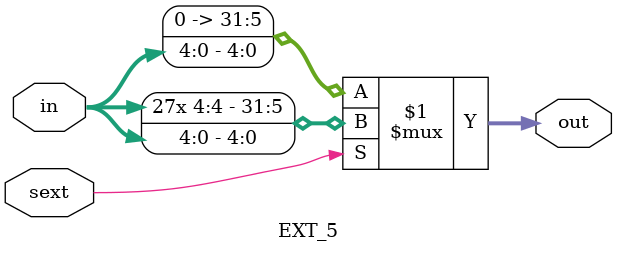
<source format=v>
`timescale 1ns / 1ps


module EXT_5 #(parameter WIDTH=5)(in,out,sext);
    input [4:0] in;
    output [31:0] out;
    input sext;
    assign out=sext? {{(32-WIDTH){in[WIDTH-1]}},in} : {27'b0,in};
endmodule

</source>
